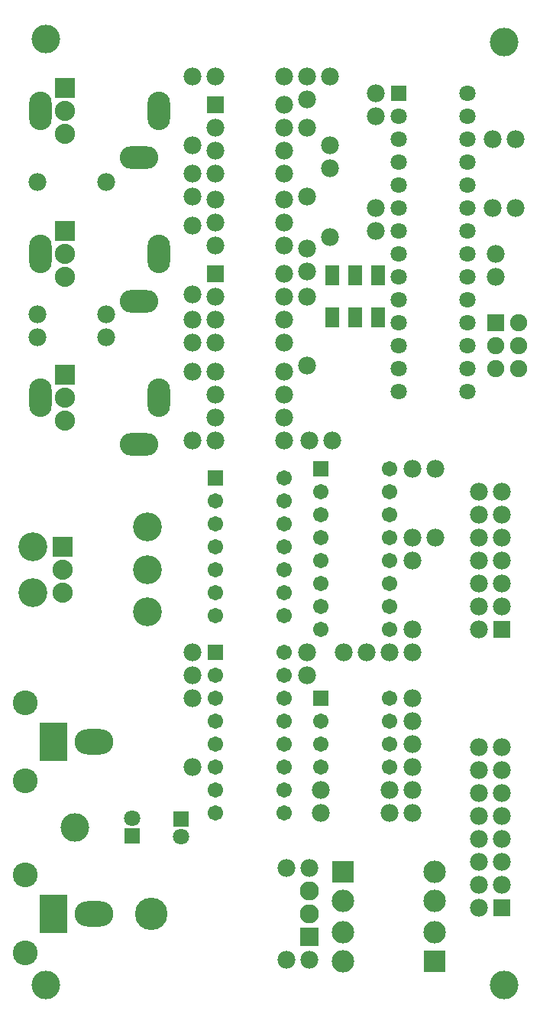
<source format=gbr>
G04 DipTrace 3.0.0.0*
G04 LZX-C1-PCB-V1.1TopMask.gbr*
%MOIN*%
G04 #@! TF.FileFunction,Soldermask,Top*
G04 #@! TF.Part,Single*
%ADD43C,0.125*%
%ADD44C,0.108268*%
%ADD45C,0.141732*%
%ADD58R,0.063118X0.08674*%
%ADD60C,0.067055*%
%ADD62R,0.067055X0.067055*%
%ADD64R,0.082803X0.082803*%
%ADD66C,0.082803*%
%ADD68C,0.078*%
%ADD70C,0.12611*%
%ADD72C,0.074929*%
%ADD74R,0.074929X0.074929*%
%ADD76O,0.169417X0.110362*%
%ADD78R,0.122173X0.169417*%
%ADD80R,0.088X0.088*%
%ADD82C,0.088*%
%ADD84O,0.168X0.098*%
%ADD86O,0.098X0.168*%
%ADD88R,0.078X0.078*%
%ADD90C,0.098*%
%ADD92C,0.098*%
%ADD94R,0.098X0.098*%
%ADD96C,0.070992*%
%ADD98R,0.070992X0.070992*%
%ADD100C,0.078*%
%FSLAX26Y26*%
G04*
G70*
G90*
G75*
G01*
G04 TopMask*
%LPD*%
D100*
X1569000Y631500D3*
X1669000D3*
D98*
X1106500Y1244000D3*
D96*
Y1166000D3*
D100*
X1656500Y4481500D3*
Y4381500D3*
Y3731500D3*
Y3631500D3*
X2481500Y3706500D3*
Y3606500D3*
D98*
X894000Y1169000D3*
D96*
Y1247000D3*
D100*
X1156500Y4056500D3*
Y3956500D3*
Y3319000D3*
Y3419000D3*
X1956500Y3906500D3*
Y3806500D3*
X1569000Y1031500D3*
X1669000D3*
X1956500Y4406500D3*
Y4306500D3*
X2119000Y1269000D3*
Y1369000D3*
Y1569000D3*
Y1469000D3*
X1769000Y2894000D3*
X1669000D3*
X1656500Y1869000D3*
Y1969000D3*
X1156500D3*
Y1869000D3*
X1819000Y1969000D3*
X1919000D3*
X2019000D3*
X2119000D3*
Y1669000D3*
Y1769000D3*
D94*
X1812857Y1012638D3*
D92*
X2212857D3*
D94*
X2212867Y625045D3*
D92*
X1812867D3*
D90*
X1812857Y887625D3*
X2212857D3*
X1812857Y750110D3*
X2212857D3*
D43*
X519000Y519000D3*
Y4644000D3*
X2518500Y519000D3*
Y4631000D3*
D100*
X2506500Y2169000D3*
Y2269000D3*
Y2369000D3*
Y2469000D3*
Y2569000D3*
Y2669000D3*
X2406500D3*
Y2569000D3*
Y2469000D3*
Y2369000D3*
Y2269000D3*
Y2169000D3*
Y2069000D3*
D88*
X2506500D3*
D86*
X494500Y4331500D3*
D84*
X925500Y4126500D3*
D86*
X1012500Y4331500D3*
D82*
X601500Y4231500D3*
Y4331500D3*
D80*
Y4431500D3*
D78*
X551980Y1581000D3*
D76*
X729146D3*
D44*
X427965Y1411709D3*
Y1750291D3*
D86*
X494500Y3706000D3*
D84*
X925500Y3501000D3*
D86*
X1012500Y3706000D3*
D82*
X601500Y3606000D3*
Y3706000D3*
D80*
Y3806000D3*
D78*
X551980Y831000D3*
D76*
X729146D3*
D44*
X427965Y661709D3*
Y1000291D3*
D86*
X494500Y3081000D3*
D84*
X925500Y2876000D3*
D86*
X1012500Y3081000D3*
D82*
X601500Y2981000D3*
Y3081000D3*
D80*
Y3181000D3*
D100*
X2506500Y956000D3*
Y1056000D3*
Y1156000D3*
Y1256000D3*
Y1356000D3*
Y1456000D3*
Y1556000D3*
X2406500D3*
Y1456000D3*
Y1356000D3*
Y1256000D3*
Y1156000D3*
Y1056000D3*
Y956000D3*
Y856000D3*
D88*
X2506500D3*
D74*
X2481500Y3406500D3*
D72*
X2581500D3*
X2481500Y3306500D3*
X2581500D3*
X2481500Y3206500D3*
X2581500D3*
D43*
X644500Y1206000D3*
D100*
X1256500Y3944000D3*
X1556500D3*
X481500Y4019000D3*
X781500D3*
X1556500Y3744000D3*
X1256500D3*
X1156500Y4181500D3*
Y4481500D3*
X481500Y3444000D3*
X781500D3*
X1556500Y3844000D3*
X1256500D3*
X2569000Y3906500D3*
Y4206500D3*
X2019000Y1369000D3*
X1719000D3*
X2019000Y1269000D3*
X1719000D3*
X1156500Y1469000D3*
Y1769000D3*
X1556500Y3094000D3*
X1256500D3*
Y4481500D3*
X1556500D3*
X2219000Y2469000D3*
Y2769000D3*
X1656500Y4256500D3*
Y3956500D3*
X1156500Y3194000D3*
Y2894000D3*
X481500Y3344000D3*
X781500D3*
X1656500Y3219000D3*
Y3519000D3*
X1256500Y2994000D3*
X1556500D3*
X1256500Y3194000D3*
X1556500D3*
X1756500Y3781500D3*
Y4081500D3*
X2119000Y2469000D3*
Y2769000D3*
Y2069000D3*
Y2369000D3*
X1756500Y4181500D3*
Y4481500D3*
X2469000Y3906500D3*
Y4206500D3*
X1156500Y3831500D3*
Y3531500D3*
X1256500Y2894000D3*
X1556500D3*
D70*
X461429Y2431394D3*
Y2230606D3*
X961429Y2516039D3*
Y2331000D3*
Y2145961D3*
D82*
X589923Y2231000D3*
X591350Y2331000D3*
D80*
Y2431000D3*
D88*
X1256500Y4356500D3*
D68*
Y4256500D3*
Y4156500D3*
Y4056500D3*
X1556500D3*
Y4156500D3*
Y4256500D3*
Y4356500D3*
D88*
X1256500Y3619000D3*
D68*
Y3519000D3*
Y3419000D3*
Y3319000D3*
X1556500D3*
Y3419000D3*
Y3519000D3*
Y3619000D3*
D66*
X1669000Y931500D3*
Y831500D3*
D64*
Y731500D3*
D45*
X976085Y831500D3*
D98*
X2056500Y4406500D3*
D96*
Y4306500D3*
Y4206500D3*
Y4106500D3*
Y4006500D3*
Y3906500D3*
Y3806500D3*
Y3706500D3*
Y3606500D3*
Y3506500D3*
Y3406500D3*
Y3306500D3*
Y3206500D3*
Y3106500D3*
X2356500D3*
Y3206500D3*
Y3306500D3*
Y3406500D3*
Y3506500D3*
Y3606500D3*
Y3706500D3*
Y3806500D3*
Y3906500D3*
Y4006500D3*
Y4106500D3*
Y4206500D3*
Y4306500D3*
Y4406500D3*
D62*
X1719000Y1769000D3*
D60*
Y1669000D3*
Y1569000D3*
Y1469000D3*
X2019000D3*
Y1569000D3*
Y1669000D3*
Y1769000D3*
D62*
X1256500Y2731500D3*
D60*
Y2631500D3*
Y2531500D3*
Y2431500D3*
Y2331500D3*
Y2231500D3*
Y2131500D3*
X1556500D3*
Y2231500D3*
Y2331500D3*
Y2431500D3*
Y2531500D3*
Y2631500D3*
Y2731500D3*
D62*
X1256500Y1969000D3*
D60*
Y1869000D3*
Y1769000D3*
Y1669000D3*
Y1569000D3*
Y1469000D3*
Y1369000D3*
Y1269000D3*
X1556500D3*
Y1369000D3*
Y1469000D3*
Y1569000D3*
Y1669000D3*
Y1769000D3*
Y1869000D3*
Y1969000D3*
D62*
X1719000Y2769000D3*
D60*
Y2669000D3*
Y2569000D3*
Y2469000D3*
Y2369000D3*
Y2269000D3*
Y2169000D3*
Y2069000D3*
X2019000D3*
Y2169000D3*
Y2269000D3*
Y2369000D3*
Y2469000D3*
Y2569000D3*
Y2669000D3*
Y2769000D3*
D58*
X1769000Y3431500D3*
X1869000D3*
X1969000D3*
Y3612602D3*
X1869000D3*
X1769000D3*
M02*

</source>
